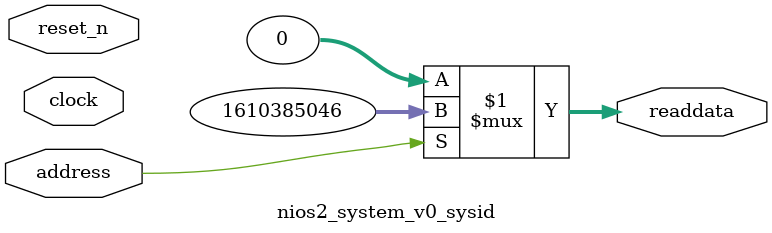
<source format=v>



// synthesis translate_off
`timescale 1ns / 1ps
// synthesis translate_on

// turn off superfluous verilog processor warnings 
// altera message_level Level1 
// altera message_off 10034 10035 10036 10037 10230 10240 10030 

module nios2_system_v0_sysid (
               // inputs:
                address,
                clock,
                reset_n,

               // outputs:
                readdata
             )
;

  output  [ 31: 0] readdata;
  input            address;
  input            clock;
  input            reset_n;

  wire    [ 31: 0] readdata;
  //control_slave, which is an e_avalon_slave
  assign readdata = address ? 1610385046 : 0;

endmodule



</source>
